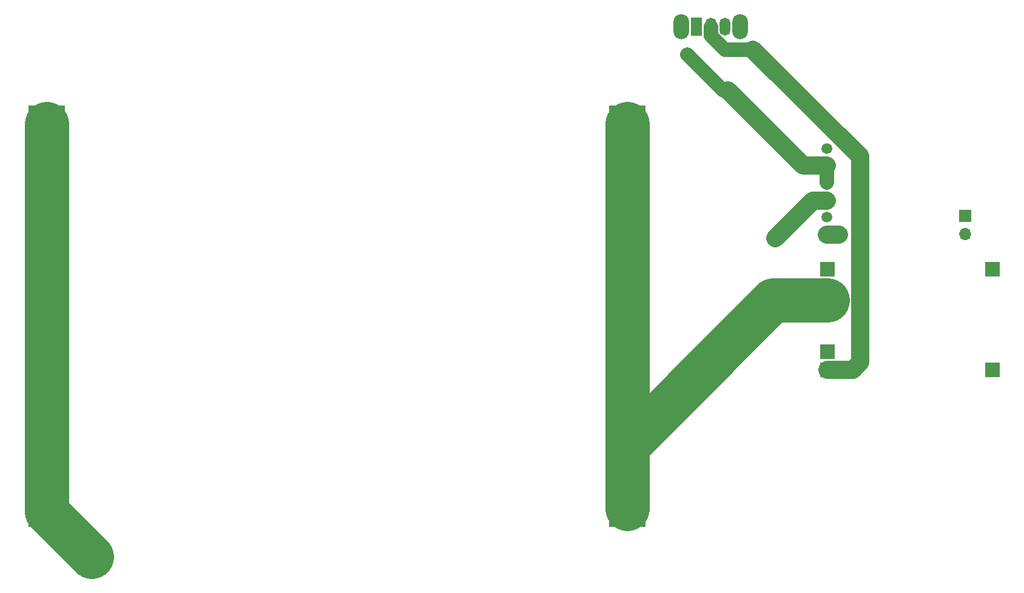
<source format=gbr>
%TF.GenerationSoftware,KiCad,Pcbnew,8.0.2*%
%TF.CreationDate,2024-06-19T11:28:36-04:00*%
%TF.ProjectId,StringsVR-Power,53747269-6e67-4735-9652-2d506f776572,rev?*%
%TF.SameCoordinates,Original*%
%TF.FileFunction,Copper,L1,Top*%
%TF.FilePolarity,Positive*%
%FSLAX46Y46*%
G04 Gerber Fmt 4.6, Leading zero omitted, Abs format (unit mm)*
G04 Created by KiCad (PCBNEW 8.0.2) date 2024-06-19 11:28:36*
%MOMM*%
%LPD*%
G01*
G04 APERTURE LIST*
G04 Aperture macros list*
%AMFreePoly0*
4,1,5,2.500000,-2.500000,-2.500000,-2.500000,-2.500000,2.500000,2.500000,2.500000,2.500000,-2.500000,2.500000,-2.500000,$1*%
%AMFreePoly1*
4,1,5,1.000000,-1.000000,-1.000000,-1.000000,-1.000000,1.000000,1.000000,1.000000,1.000000,-1.000000,1.000000,-1.000000,$1*%
G04 Aperture macros list end*
%TA.AperFunction,SMDPad,CuDef*%
%ADD10FreePoly0,0.000000*%
%TD*%
%TA.AperFunction,SMDPad,CuDef*%
%ADD11FreePoly1,180.000000*%
%TD*%
%TA.AperFunction,SMDPad,CuDef*%
%ADD12R,2.000000X2.000000*%
%TD*%
%TA.AperFunction,ComponentPad*%
%ADD13FreePoly1,180.000000*%
%TD*%
%TA.AperFunction,SMDPad,CuDef*%
%ADD14C,1.500000*%
%TD*%
%TA.AperFunction,ComponentPad*%
%ADD15C,1.500000*%
%TD*%
%TA.AperFunction,ComponentPad*%
%ADD16O,2.200000X3.500000*%
%TD*%
%TA.AperFunction,ComponentPad*%
%ADD17R,1.500000X2.500000*%
%TD*%
%TA.AperFunction,ComponentPad*%
%ADD18O,1.500000X2.500000*%
%TD*%
%TA.AperFunction,ComponentPad*%
%ADD19R,1.700000X1.700000*%
%TD*%
%TA.AperFunction,ComponentPad*%
%ADD20O,1.700000X1.700000*%
%TD*%
%TA.AperFunction,ViaPad*%
%ADD21C,1.500000*%
%TD*%
%TA.AperFunction,ViaPad*%
%ADD22C,0.600000*%
%TD*%
%TA.AperFunction,ViaPad*%
%ADD23C,5.000000*%
%TD*%
%TA.AperFunction,Conductor*%
%ADD24C,2.500000*%
%TD*%
%TA.AperFunction,Conductor*%
%ADD25C,2.000000*%
%TD*%
%TA.AperFunction,Conductor*%
%ADD26C,6.200000*%
%TD*%
G04 APERTURE END LIST*
D10*
%TO.P,U3,1,b+*%
%TO.N,/B+*%
X91700000Y-99700000D03*
%TO.P,U3,2,b-*%
%TO.N,/B-*%
X172700000Y-99700000D03*
%TD*%
%TO.P,U4,1,b+*%
%TO.N,/B+*%
X91700000Y-126600000D03*
%TO.P,U4,2,b-*%
%TO.N,/B-*%
X172700000Y-126600000D03*
%TD*%
%TO.P,U2,1,b+*%
%TO.N,/B+*%
X91700000Y-72800000D03*
%TO.P,U2,2,b-*%
%TO.N,/B-*%
X172700000Y-72800000D03*
%TD*%
D11*
%TO.P,U1,1,+*%
%TO.N,unconnected-(U1-+-Pad1)*%
X223700000Y-107200000D03*
%TO.P,U1,2,-*%
%TO.N,unconnected-(U1---Pad2)*%
X223700000Y-93200000D03*
D12*
%TO.P,U1,3,OUT+*%
%TO.N,3.3V*%
X200700000Y-107200000D03*
D13*
%TO.P,U1,4,B+*%
%TO.N,/B+*%
X200700000Y-104660000D03*
D11*
%TO.P,U1,5,B-*%
%TO.N,/B-*%
X200700000Y-95740000D03*
D13*
%TO.P,U1,6,OUT-*%
%TO.N,GND*%
X200700000Y-93200000D03*
%TD*%
D14*
%TO.P,U5,1,EN*%
%TO.N,unconnected-(U5-EN-Pad1)*%
X200600000Y-76300000D03*
%TO.P,U5,2,VIN*%
%TO.N,3.3V2*%
X200600000Y-78700000D03*
%TO.P,U5,3,VIN*%
X200600000Y-81030000D03*
%TO.P,U5,4,GND*%
%TO.N,GND*%
X200600000Y-83570000D03*
D15*
%TO.P,U5,5,GND*%
%TO.N,Net-(J1-Pin_1)*%
X200600000Y-85900000D03*
D14*
%TO.P,U5,6,VOUT*%
%TO.N,Net-(J1-Pin_2)*%
X200600000Y-88300000D03*
%TD*%
D16*
%TO.P,SW1,*%
%TO.N,*%
X180300000Y-59300000D03*
X188500000Y-59300000D03*
D17*
%TO.P,SW1,1,A*%
%TO.N,3.3V2*%
X182400000Y-59300000D03*
D18*
%TO.P,SW1,2,B*%
%TO.N,3.3V*%
X184400000Y-59300000D03*
%TO.P,SW1,3,C*%
%TO.N,unconnected-(SW1-C-Pad3)*%
X186400000Y-59300000D03*
%TD*%
D19*
%TO.P,J1,1,Pin_1*%
%TO.N,Net-(J1-Pin_1)*%
X219900000Y-85700000D03*
D20*
%TO.P,J1,2,Pin_2*%
%TO.N,Net-(J1-Pin_2)*%
X219900000Y-88240000D03*
%TD*%
D21*
%TO.N,Net-(J1-Pin_2)*%
X202300000Y-88300000D03*
D22*
%TO.N,3.3V2*%
X181100000Y-63200000D03*
D23*
%TO.N,/B+*%
X98000000Y-133300000D03*
D21*
%TO.N,GND*%
X193400000Y-88800000D03*
%TD*%
D24*
%TO.N,Net-(J1-Pin_2)*%
X200600000Y-88300000D02*
X202300000Y-88300000D01*
%TO.N,3.3V2*%
X200600000Y-78700000D02*
X197281624Y-78700000D01*
X197281624Y-78700000D02*
X186781624Y-68200000D01*
D25*
X186781624Y-68200000D02*
X186100000Y-68200000D01*
X200600000Y-81030000D02*
X200600000Y-78700000D01*
X186100000Y-68200000D02*
X181100000Y-63200000D01*
D24*
%TO.N,3.3V*%
X204200000Y-107200000D02*
X205250000Y-106150000D01*
X205250000Y-77450000D02*
X190300000Y-62500000D01*
D25*
X186342284Y-62500000D02*
X184400000Y-60557716D01*
X184400000Y-60557716D02*
X184400000Y-59300000D01*
D24*
X200700000Y-107200000D02*
X204200000Y-107200000D01*
D25*
X190300000Y-62500000D02*
X186342284Y-62500000D01*
D24*
X205250000Y-106150000D02*
X205250000Y-77450000D01*
D26*
%TO.N,/B+*%
X91700000Y-72800000D02*
X91700000Y-126600000D01*
X91700000Y-127000000D02*
X98000000Y-133300000D01*
X91700000Y-126600000D02*
X91700000Y-127000000D01*
D24*
%TO.N,GND*%
X193400000Y-88800000D02*
X198630000Y-83570000D01*
X198630000Y-83570000D02*
X200600000Y-83570000D01*
D26*
%TO.N,/B-*%
X172700000Y-126600000D02*
X172700000Y-72800000D01*
X193100000Y-97500000D02*
X200700000Y-97500000D01*
X172700000Y-117900000D02*
X193100000Y-97500000D01*
X172700000Y-126600000D02*
X172700000Y-117900000D01*
%TD*%
M02*

</source>
